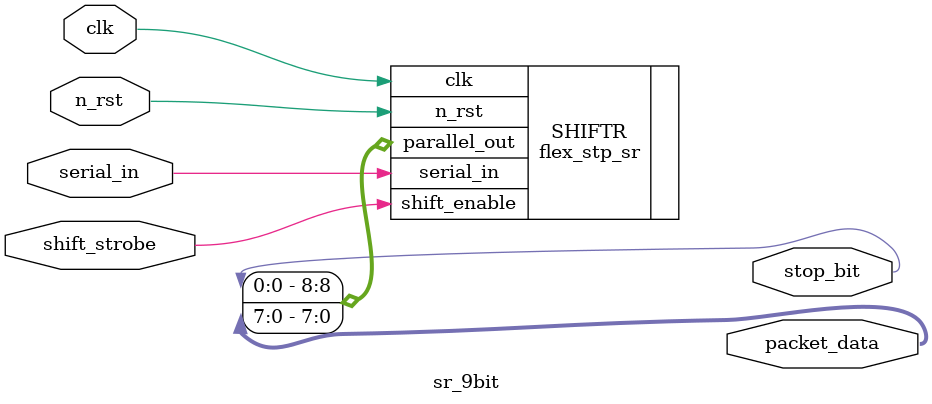
<source format=sv>

module sr_9bit
(
  input wire clk,
  input wire n_rst,
  input wire shift_strobe,
  input wire serial_in,
  output wire [7:0] packet_data,
  output wire stop_bit
);

  flex_stp_sr #(.NUM_BITS(9), .SHIFT_MSB(0))
  SHIFTR (
    .clk(clk),
    .n_rst(n_rst),
    .shift_enable(shift_strobe),
    .serial_in(serial_in),
    .parallel_out({stop_bit, packet_data})
  );

endmodule

</source>
